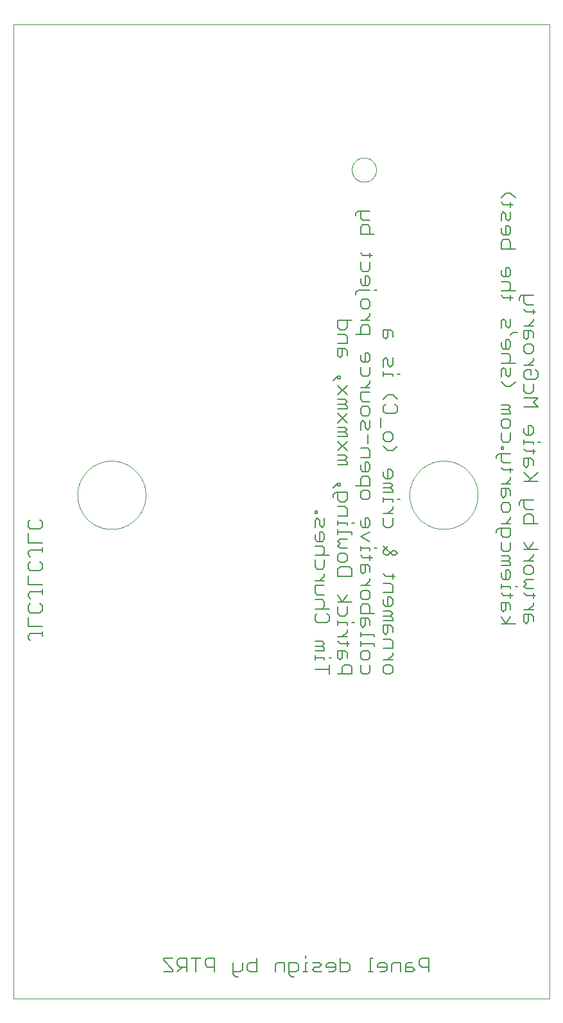
<source format=gbo>
G75*
%MOIN*%
%OFA0B0*%
%FSLAX25Y25*%
%IPPOS*%
%LPD*%
%AMOC8*
5,1,8,0,0,1.08239X$1,22.5*
%
%ADD10C,0.00039*%
%ADD11C,0.00000*%
%ADD12C,0.00600*%
D10*
X0003246Y0005215D02*
X0281543Y0005215D01*
X0281543Y0511120D01*
X0003246Y0511120D01*
X0003246Y0005215D01*
D11*
X0036464Y0266780D02*
X0036469Y0267215D01*
X0036485Y0267649D01*
X0036512Y0268083D01*
X0036549Y0268517D01*
X0036597Y0268949D01*
X0036656Y0269380D01*
X0036725Y0269809D01*
X0036804Y0270236D01*
X0036894Y0270662D01*
X0036995Y0271085D01*
X0037106Y0271505D01*
X0037227Y0271923D01*
X0037358Y0272337D01*
X0037500Y0272749D01*
X0037651Y0273156D01*
X0037813Y0273560D01*
X0037984Y0273960D01*
X0038165Y0274355D01*
X0038356Y0274746D01*
X0038556Y0275132D01*
X0038766Y0275513D01*
X0038985Y0275888D01*
X0039213Y0276259D01*
X0039450Y0276623D01*
X0039696Y0276982D01*
X0039951Y0277334D01*
X0040214Y0277680D01*
X0040486Y0278020D01*
X0040766Y0278352D01*
X0041054Y0278678D01*
X0041350Y0278997D01*
X0041653Y0279308D01*
X0041964Y0279611D01*
X0042283Y0279907D01*
X0042609Y0280195D01*
X0042941Y0280475D01*
X0043281Y0280747D01*
X0043627Y0281010D01*
X0043979Y0281265D01*
X0044338Y0281511D01*
X0044702Y0281748D01*
X0045073Y0281976D01*
X0045448Y0282195D01*
X0045829Y0282405D01*
X0046215Y0282605D01*
X0046606Y0282796D01*
X0047001Y0282977D01*
X0047401Y0283148D01*
X0047805Y0283310D01*
X0048212Y0283461D01*
X0048624Y0283603D01*
X0049038Y0283734D01*
X0049456Y0283855D01*
X0049876Y0283966D01*
X0050299Y0284067D01*
X0050725Y0284157D01*
X0051152Y0284236D01*
X0051581Y0284305D01*
X0052012Y0284364D01*
X0052444Y0284412D01*
X0052878Y0284449D01*
X0053312Y0284476D01*
X0053746Y0284492D01*
X0054181Y0284497D01*
X0054616Y0284492D01*
X0055050Y0284476D01*
X0055484Y0284449D01*
X0055918Y0284412D01*
X0056350Y0284364D01*
X0056781Y0284305D01*
X0057210Y0284236D01*
X0057637Y0284157D01*
X0058063Y0284067D01*
X0058486Y0283966D01*
X0058906Y0283855D01*
X0059324Y0283734D01*
X0059738Y0283603D01*
X0060150Y0283461D01*
X0060557Y0283310D01*
X0060961Y0283148D01*
X0061361Y0282977D01*
X0061756Y0282796D01*
X0062147Y0282605D01*
X0062533Y0282405D01*
X0062914Y0282195D01*
X0063289Y0281976D01*
X0063660Y0281748D01*
X0064024Y0281511D01*
X0064383Y0281265D01*
X0064735Y0281010D01*
X0065081Y0280747D01*
X0065421Y0280475D01*
X0065753Y0280195D01*
X0066079Y0279907D01*
X0066398Y0279611D01*
X0066709Y0279308D01*
X0067012Y0278997D01*
X0067308Y0278678D01*
X0067596Y0278352D01*
X0067876Y0278020D01*
X0068148Y0277680D01*
X0068411Y0277334D01*
X0068666Y0276982D01*
X0068912Y0276623D01*
X0069149Y0276259D01*
X0069377Y0275888D01*
X0069596Y0275513D01*
X0069806Y0275132D01*
X0070006Y0274746D01*
X0070197Y0274355D01*
X0070378Y0273960D01*
X0070549Y0273560D01*
X0070711Y0273156D01*
X0070862Y0272749D01*
X0071004Y0272337D01*
X0071135Y0271923D01*
X0071256Y0271505D01*
X0071367Y0271085D01*
X0071468Y0270662D01*
X0071558Y0270236D01*
X0071637Y0269809D01*
X0071706Y0269380D01*
X0071765Y0268949D01*
X0071813Y0268517D01*
X0071850Y0268083D01*
X0071877Y0267649D01*
X0071893Y0267215D01*
X0071898Y0266780D01*
X0071893Y0266345D01*
X0071877Y0265911D01*
X0071850Y0265477D01*
X0071813Y0265043D01*
X0071765Y0264611D01*
X0071706Y0264180D01*
X0071637Y0263751D01*
X0071558Y0263324D01*
X0071468Y0262898D01*
X0071367Y0262475D01*
X0071256Y0262055D01*
X0071135Y0261637D01*
X0071004Y0261223D01*
X0070862Y0260811D01*
X0070711Y0260404D01*
X0070549Y0260000D01*
X0070378Y0259600D01*
X0070197Y0259205D01*
X0070006Y0258814D01*
X0069806Y0258428D01*
X0069596Y0258047D01*
X0069377Y0257672D01*
X0069149Y0257301D01*
X0068912Y0256937D01*
X0068666Y0256578D01*
X0068411Y0256226D01*
X0068148Y0255880D01*
X0067876Y0255540D01*
X0067596Y0255208D01*
X0067308Y0254882D01*
X0067012Y0254563D01*
X0066709Y0254252D01*
X0066398Y0253949D01*
X0066079Y0253653D01*
X0065753Y0253365D01*
X0065421Y0253085D01*
X0065081Y0252813D01*
X0064735Y0252550D01*
X0064383Y0252295D01*
X0064024Y0252049D01*
X0063660Y0251812D01*
X0063289Y0251584D01*
X0062914Y0251365D01*
X0062533Y0251155D01*
X0062147Y0250955D01*
X0061756Y0250764D01*
X0061361Y0250583D01*
X0060961Y0250412D01*
X0060557Y0250250D01*
X0060150Y0250099D01*
X0059738Y0249957D01*
X0059324Y0249826D01*
X0058906Y0249705D01*
X0058486Y0249594D01*
X0058063Y0249493D01*
X0057637Y0249403D01*
X0057210Y0249324D01*
X0056781Y0249255D01*
X0056350Y0249196D01*
X0055918Y0249148D01*
X0055484Y0249111D01*
X0055050Y0249084D01*
X0054616Y0249068D01*
X0054181Y0249063D01*
X0053746Y0249068D01*
X0053312Y0249084D01*
X0052878Y0249111D01*
X0052444Y0249148D01*
X0052012Y0249196D01*
X0051581Y0249255D01*
X0051152Y0249324D01*
X0050725Y0249403D01*
X0050299Y0249493D01*
X0049876Y0249594D01*
X0049456Y0249705D01*
X0049038Y0249826D01*
X0048624Y0249957D01*
X0048212Y0250099D01*
X0047805Y0250250D01*
X0047401Y0250412D01*
X0047001Y0250583D01*
X0046606Y0250764D01*
X0046215Y0250955D01*
X0045829Y0251155D01*
X0045448Y0251365D01*
X0045073Y0251584D01*
X0044702Y0251812D01*
X0044338Y0252049D01*
X0043979Y0252295D01*
X0043627Y0252550D01*
X0043281Y0252813D01*
X0042941Y0253085D01*
X0042609Y0253365D01*
X0042283Y0253653D01*
X0041964Y0253949D01*
X0041653Y0254252D01*
X0041350Y0254563D01*
X0041054Y0254882D01*
X0040766Y0255208D01*
X0040486Y0255540D01*
X0040214Y0255880D01*
X0039951Y0256226D01*
X0039696Y0256578D01*
X0039450Y0256937D01*
X0039213Y0257301D01*
X0038985Y0257672D01*
X0038766Y0258047D01*
X0038556Y0258428D01*
X0038356Y0258814D01*
X0038165Y0259205D01*
X0037984Y0259600D01*
X0037813Y0260000D01*
X0037651Y0260404D01*
X0037500Y0260811D01*
X0037358Y0261223D01*
X0037227Y0261637D01*
X0037106Y0262055D01*
X0036995Y0262475D01*
X0036894Y0262898D01*
X0036804Y0263324D01*
X0036725Y0263751D01*
X0036656Y0264180D01*
X0036597Y0264611D01*
X0036549Y0265043D01*
X0036512Y0265477D01*
X0036485Y0265911D01*
X0036469Y0266345D01*
X0036464Y0266780D01*
X0178984Y0435677D02*
X0178986Y0435835D01*
X0178992Y0435993D01*
X0179002Y0436151D01*
X0179016Y0436309D01*
X0179034Y0436466D01*
X0179055Y0436623D01*
X0179081Y0436779D01*
X0179111Y0436935D01*
X0179144Y0437090D01*
X0179182Y0437243D01*
X0179223Y0437396D01*
X0179268Y0437548D01*
X0179317Y0437699D01*
X0179370Y0437848D01*
X0179426Y0437996D01*
X0179486Y0438142D01*
X0179550Y0438287D01*
X0179618Y0438430D01*
X0179689Y0438572D01*
X0179763Y0438712D01*
X0179841Y0438849D01*
X0179923Y0438985D01*
X0180007Y0439119D01*
X0180096Y0439250D01*
X0180187Y0439379D01*
X0180282Y0439506D01*
X0180379Y0439631D01*
X0180480Y0439753D01*
X0180584Y0439872D01*
X0180691Y0439989D01*
X0180801Y0440103D01*
X0180914Y0440214D01*
X0181029Y0440323D01*
X0181147Y0440428D01*
X0181268Y0440530D01*
X0181391Y0440630D01*
X0181517Y0440726D01*
X0181645Y0440819D01*
X0181775Y0440909D01*
X0181908Y0440995D01*
X0182043Y0441079D01*
X0182179Y0441158D01*
X0182318Y0441235D01*
X0182459Y0441307D01*
X0182601Y0441377D01*
X0182745Y0441442D01*
X0182891Y0441504D01*
X0183038Y0441562D01*
X0183187Y0441617D01*
X0183337Y0441668D01*
X0183488Y0441715D01*
X0183640Y0441758D01*
X0183793Y0441797D01*
X0183948Y0441833D01*
X0184103Y0441864D01*
X0184259Y0441892D01*
X0184415Y0441916D01*
X0184572Y0441936D01*
X0184730Y0441952D01*
X0184887Y0441964D01*
X0185046Y0441972D01*
X0185204Y0441976D01*
X0185362Y0441976D01*
X0185520Y0441972D01*
X0185679Y0441964D01*
X0185836Y0441952D01*
X0185994Y0441936D01*
X0186151Y0441916D01*
X0186307Y0441892D01*
X0186463Y0441864D01*
X0186618Y0441833D01*
X0186773Y0441797D01*
X0186926Y0441758D01*
X0187078Y0441715D01*
X0187229Y0441668D01*
X0187379Y0441617D01*
X0187528Y0441562D01*
X0187675Y0441504D01*
X0187821Y0441442D01*
X0187965Y0441377D01*
X0188107Y0441307D01*
X0188248Y0441235D01*
X0188387Y0441158D01*
X0188523Y0441079D01*
X0188658Y0440995D01*
X0188791Y0440909D01*
X0188921Y0440819D01*
X0189049Y0440726D01*
X0189175Y0440630D01*
X0189298Y0440530D01*
X0189419Y0440428D01*
X0189537Y0440323D01*
X0189652Y0440214D01*
X0189765Y0440103D01*
X0189875Y0439989D01*
X0189982Y0439872D01*
X0190086Y0439753D01*
X0190187Y0439631D01*
X0190284Y0439506D01*
X0190379Y0439379D01*
X0190470Y0439250D01*
X0190559Y0439119D01*
X0190643Y0438985D01*
X0190725Y0438849D01*
X0190803Y0438712D01*
X0190877Y0438572D01*
X0190948Y0438430D01*
X0191016Y0438287D01*
X0191080Y0438142D01*
X0191140Y0437996D01*
X0191196Y0437848D01*
X0191249Y0437699D01*
X0191298Y0437548D01*
X0191343Y0437396D01*
X0191384Y0437243D01*
X0191422Y0437090D01*
X0191455Y0436935D01*
X0191485Y0436779D01*
X0191511Y0436623D01*
X0191532Y0436466D01*
X0191550Y0436309D01*
X0191564Y0436151D01*
X0191574Y0435993D01*
X0191580Y0435835D01*
X0191582Y0435677D01*
X0191580Y0435519D01*
X0191574Y0435361D01*
X0191564Y0435203D01*
X0191550Y0435045D01*
X0191532Y0434888D01*
X0191511Y0434731D01*
X0191485Y0434575D01*
X0191455Y0434419D01*
X0191422Y0434264D01*
X0191384Y0434111D01*
X0191343Y0433958D01*
X0191298Y0433806D01*
X0191249Y0433655D01*
X0191196Y0433506D01*
X0191140Y0433358D01*
X0191080Y0433212D01*
X0191016Y0433067D01*
X0190948Y0432924D01*
X0190877Y0432782D01*
X0190803Y0432642D01*
X0190725Y0432505D01*
X0190643Y0432369D01*
X0190559Y0432235D01*
X0190470Y0432104D01*
X0190379Y0431975D01*
X0190284Y0431848D01*
X0190187Y0431723D01*
X0190086Y0431601D01*
X0189982Y0431482D01*
X0189875Y0431365D01*
X0189765Y0431251D01*
X0189652Y0431140D01*
X0189537Y0431031D01*
X0189419Y0430926D01*
X0189298Y0430824D01*
X0189175Y0430724D01*
X0189049Y0430628D01*
X0188921Y0430535D01*
X0188791Y0430445D01*
X0188658Y0430359D01*
X0188523Y0430275D01*
X0188387Y0430196D01*
X0188248Y0430119D01*
X0188107Y0430047D01*
X0187965Y0429977D01*
X0187821Y0429912D01*
X0187675Y0429850D01*
X0187528Y0429792D01*
X0187379Y0429737D01*
X0187229Y0429686D01*
X0187078Y0429639D01*
X0186926Y0429596D01*
X0186773Y0429557D01*
X0186618Y0429521D01*
X0186463Y0429490D01*
X0186307Y0429462D01*
X0186151Y0429438D01*
X0185994Y0429418D01*
X0185836Y0429402D01*
X0185679Y0429390D01*
X0185520Y0429382D01*
X0185362Y0429378D01*
X0185204Y0429378D01*
X0185046Y0429382D01*
X0184887Y0429390D01*
X0184730Y0429402D01*
X0184572Y0429418D01*
X0184415Y0429438D01*
X0184259Y0429462D01*
X0184103Y0429490D01*
X0183948Y0429521D01*
X0183793Y0429557D01*
X0183640Y0429596D01*
X0183488Y0429639D01*
X0183337Y0429686D01*
X0183187Y0429737D01*
X0183038Y0429792D01*
X0182891Y0429850D01*
X0182745Y0429912D01*
X0182601Y0429977D01*
X0182459Y0430047D01*
X0182318Y0430119D01*
X0182179Y0430196D01*
X0182043Y0430275D01*
X0181908Y0430359D01*
X0181775Y0430445D01*
X0181645Y0430535D01*
X0181517Y0430628D01*
X0181391Y0430724D01*
X0181268Y0430824D01*
X0181147Y0430926D01*
X0181029Y0431031D01*
X0180914Y0431140D01*
X0180801Y0431251D01*
X0180691Y0431365D01*
X0180584Y0431482D01*
X0180480Y0431601D01*
X0180379Y0431723D01*
X0180282Y0431848D01*
X0180187Y0431975D01*
X0180096Y0432104D01*
X0180007Y0432235D01*
X0179923Y0432369D01*
X0179841Y0432505D01*
X0179763Y0432642D01*
X0179689Y0432782D01*
X0179618Y0432924D01*
X0179550Y0433067D01*
X0179486Y0433212D01*
X0179426Y0433358D01*
X0179370Y0433506D01*
X0179317Y0433655D01*
X0179268Y0433806D01*
X0179223Y0433958D01*
X0179182Y0434111D01*
X0179144Y0434264D01*
X0179111Y0434419D01*
X0179081Y0434575D01*
X0179055Y0434731D01*
X0179034Y0434888D01*
X0179016Y0435045D01*
X0179002Y0435203D01*
X0178992Y0435361D01*
X0178986Y0435519D01*
X0178984Y0435677D01*
X0208905Y0266780D02*
X0208910Y0267215D01*
X0208926Y0267649D01*
X0208953Y0268083D01*
X0208990Y0268517D01*
X0209038Y0268949D01*
X0209097Y0269380D01*
X0209166Y0269809D01*
X0209245Y0270236D01*
X0209335Y0270662D01*
X0209436Y0271085D01*
X0209547Y0271505D01*
X0209668Y0271923D01*
X0209799Y0272337D01*
X0209941Y0272749D01*
X0210092Y0273156D01*
X0210254Y0273560D01*
X0210425Y0273960D01*
X0210606Y0274355D01*
X0210797Y0274746D01*
X0210997Y0275132D01*
X0211207Y0275513D01*
X0211426Y0275888D01*
X0211654Y0276259D01*
X0211891Y0276623D01*
X0212137Y0276982D01*
X0212392Y0277334D01*
X0212655Y0277680D01*
X0212927Y0278020D01*
X0213207Y0278352D01*
X0213495Y0278678D01*
X0213791Y0278997D01*
X0214094Y0279308D01*
X0214405Y0279611D01*
X0214724Y0279907D01*
X0215050Y0280195D01*
X0215382Y0280475D01*
X0215722Y0280747D01*
X0216068Y0281010D01*
X0216420Y0281265D01*
X0216779Y0281511D01*
X0217143Y0281748D01*
X0217514Y0281976D01*
X0217889Y0282195D01*
X0218270Y0282405D01*
X0218656Y0282605D01*
X0219047Y0282796D01*
X0219442Y0282977D01*
X0219842Y0283148D01*
X0220246Y0283310D01*
X0220653Y0283461D01*
X0221065Y0283603D01*
X0221479Y0283734D01*
X0221897Y0283855D01*
X0222317Y0283966D01*
X0222740Y0284067D01*
X0223166Y0284157D01*
X0223593Y0284236D01*
X0224022Y0284305D01*
X0224453Y0284364D01*
X0224885Y0284412D01*
X0225319Y0284449D01*
X0225753Y0284476D01*
X0226187Y0284492D01*
X0226622Y0284497D01*
X0227057Y0284492D01*
X0227491Y0284476D01*
X0227925Y0284449D01*
X0228359Y0284412D01*
X0228791Y0284364D01*
X0229222Y0284305D01*
X0229651Y0284236D01*
X0230078Y0284157D01*
X0230504Y0284067D01*
X0230927Y0283966D01*
X0231347Y0283855D01*
X0231765Y0283734D01*
X0232179Y0283603D01*
X0232591Y0283461D01*
X0232998Y0283310D01*
X0233402Y0283148D01*
X0233802Y0282977D01*
X0234197Y0282796D01*
X0234588Y0282605D01*
X0234974Y0282405D01*
X0235355Y0282195D01*
X0235730Y0281976D01*
X0236101Y0281748D01*
X0236465Y0281511D01*
X0236824Y0281265D01*
X0237176Y0281010D01*
X0237522Y0280747D01*
X0237862Y0280475D01*
X0238194Y0280195D01*
X0238520Y0279907D01*
X0238839Y0279611D01*
X0239150Y0279308D01*
X0239453Y0278997D01*
X0239749Y0278678D01*
X0240037Y0278352D01*
X0240317Y0278020D01*
X0240589Y0277680D01*
X0240852Y0277334D01*
X0241107Y0276982D01*
X0241353Y0276623D01*
X0241590Y0276259D01*
X0241818Y0275888D01*
X0242037Y0275513D01*
X0242247Y0275132D01*
X0242447Y0274746D01*
X0242638Y0274355D01*
X0242819Y0273960D01*
X0242990Y0273560D01*
X0243152Y0273156D01*
X0243303Y0272749D01*
X0243445Y0272337D01*
X0243576Y0271923D01*
X0243697Y0271505D01*
X0243808Y0271085D01*
X0243909Y0270662D01*
X0243999Y0270236D01*
X0244078Y0269809D01*
X0244147Y0269380D01*
X0244206Y0268949D01*
X0244254Y0268517D01*
X0244291Y0268083D01*
X0244318Y0267649D01*
X0244334Y0267215D01*
X0244339Y0266780D01*
X0244334Y0266345D01*
X0244318Y0265911D01*
X0244291Y0265477D01*
X0244254Y0265043D01*
X0244206Y0264611D01*
X0244147Y0264180D01*
X0244078Y0263751D01*
X0243999Y0263324D01*
X0243909Y0262898D01*
X0243808Y0262475D01*
X0243697Y0262055D01*
X0243576Y0261637D01*
X0243445Y0261223D01*
X0243303Y0260811D01*
X0243152Y0260404D01*
X0242990Y0260000D01*
X0242819Y0259600D01*
X0242638Y0259205D01*
X0242447Y0258814D01*
X0242247Y0258428D01*
X0242037Y0258047D01*
X0241818Y0257672D01*
X0241590Y0257301D01*
X0241353Y0256937D01*
X0241107Y0256578D01*
X0240852Y0256226D01*
X0240589Y0255880D01*
X0240317Y0255540D01*
X0240037Y0255208D01*
X0239749Y0254882D01*
X0239453Y0254563D01*
X0239150Y0254252D01*
X0238839Y0253949D01*
X0238520Y0253653D01*
X0238194Y0253365D01*
X0237862Y0253085D01*
X0237522Y0252813D01*
X0237176Y0252550D01*
X0236824Y0252295D01*
X0236465Y0252049D01*
X0236101Y0251812D01*
X0235730Y0251584D01*
X0235355Y0251365D01*
X0234974Y0251155D01*
X0234588Y0250955D01*
X0234197Y0250764D01*
X0233802Y0250583D01*
X0233402Y0250412D01*
X0232998Y0250250D01*
X0232591Y0250099D01*
X0232179Y0249957D01*
X0231765Y0249826D01*
X0231347Y0249705D01*
X0230927Y0249594D01*
X0230504Y0249493D01*
X0230078Y0249403D01*
X0229651Y0249324D01*
X0229222Y0249255D01*
X0228791Y0249196D01*
X0228359Y0249148D01*
X0227925Y0249111D01*
X0227491Y0249084D01*
X0227057Y0249068D01*
X0226622Y0249063D01*
X0226187Y0249068D01*
X0225753Y0249084D01*
X0225319Y0249111D01*
X0224885Y0249148D01*
X0224453Y0249196D01*
X0224022Y0249255D01*
X0223593Y0249324D01*
X0223166Y0249403D01*
X0222740Y0249493D01*
X0222317Y0249594D01*
X0221897Y0249705D01*
X0221479Y0249826D01*
X0221065Y0249957D01*
X0220653Y0250099D01*
X0220246Y0250250D01*
X0219842Y0250412D01*
X0219442Y0250583D01*
X0219047Y0250764D01*
X0218656Y0250955D01*
X0218270Y0251155D01*
X0217889Y0251365D01*
X0217514Y0251584D01*
X0217143Y0251812D01*
X0216779Y0252049D01*
X0216420Y0252295D01*
X0216068Y0252550D01*
X0215722Y0252813D01*
X0215382Y0253085D01*
X0215050Y0253365D01*
X0214724Y0253653D01*
X0214405Y0253949D01*
X0214094Y0254252D01*
X0213791Y0254563D01*
X0213495Y0254882D01*
X0213207Y0255208D01*
X0212927Y0255540D01*
X0212655Y0255880D01*
X0212392Y0256226D01*
X0212137Y0256578D01*
X0211891Y0256937D01*
X0211654Y0257301D01*
X0211426Y0257672D01*
X0211207Y0258047D01*
X0210997Y0258428D01*
X0210797Y0258814D01*
X0210606Y0259205D01*
X0210425Y0259600D01*
X0210254Y0260000D01*
X0210092Y0260404D01*
X0209941Y0260811D01*
X0209799Y0261223D01*
X0209668Y0261637D01*
X0209547Y0262055D01*
X0209436Y0262475D01*
X0209335Y0262898D01*
X0209245Y0263324D01*
X0209166Y0263751D01*
X0209097Y0264180D01*
X0209038Y0264611D01*
X0208990Y0265043D01*
X0208953Y0265477D01*
X0208926Y0265911D01*
X0208910Y0266345D01*
X0208905Y0266780D01*
D12*
X0203772Y0264455D02*
X0202559Y0264455D01*
X0200132Y0264455D02*
X0195278Y0264455D01*
X0195278Y0263242D02*
X0195278Y0265669D01*
X0195278Y0268075D02*
X0200132Y0268075D01*
X0200132Y0269289D01*
X0198918Y0270502D01*
X0200132Y0271715D01*
X0198918Y0272929D01*
X0195278Y0272929D01*
X0195278Y0270502D02*
X0198918Y0270502D01*
X0198918Y0275326D02*
X0196492Y0275326D01*
X0195278Y0276539D01*
X0195278Y0278966D01*
X0197705Y0280179D02*
X0197705Y0275326D01*
X0198918Y0275326D02*
X0200132Y0276539D01*
X0200132Y0278966D01*
X0198918Y0280179D01*
X0197705Y0280179D01*
X0197705Y0289826D02*
X0200132Y0289826D01*
X0202559Y0292253D01*
X0200132Y0295873D02*
X0200132Y0298300D01*
X0198918Y0299513D01*
X0196492Y0299513D01*
X0195278Y0298300D01*
X0195278Y0295873D01*
X0196492Y0294660D01*
X0198918Y0294660D01*
X0200132Y0295873D01*
X0195278Y0292253D02*
X0197705Y0289826D01*
X0194065Y0301910D02*
X0194065Y0306763D01*
X0196492Y0309160D02*
X0195278Y0310374D01*
X0195278Y0312800D01*
X0196492Y0314014D01*
X0195278Y0316411D02*
X0197705Y0318837D01*
X0200132Y0318837D01*
X0202559Y0316411D01*
X0201345Y0314014D02*
X0202559Y0312800D01*
X0202559Y0310374D01*
X0201345Y0309160D01*
X0196492Y0309160D01*
X0188321Y0309165D02*
X0187107Y0307952D01*
X0184681Y0307952D01*
X0183467Y0309165D01*
X0183467Y0311592D01*
X0184681Y0312805D01*
X0187107Y0312805D01*
X0188321Y0311592D01*
X0188321Y0309165D01*
X0188321Y0305555D02*
X0188321Y0301915D01*
X0187107Y0300702D01*
X0185894Y0301915D01*
X0185894Y0304342D01*
X0184681Y0305555D01*
X0183467Y0304342D01*
X0183467Y0300702D01*
X0187107Y0298305D02*
X0187107Y0293451D01*
X0187107Y0291055D02*
X0183467Y0291055D01*
X0183467Y0286201D02*
X0188321Y0286201D01*
X0188321Y0289841D01*
X0187107Y0291055D01*
X0187107Y0283804D02*
X0185894Y0283804D01*
X0185894Y0278951D01*
X0184681Y0278951D02*
X0187107Y0278951D01*
X0188321Y0280164D01*
X0188321Y0282591D01*
X0187107Y0283804D01*
X0183467Y0280164D02*
X0184681Y0278951D01*
X0183467Y0280164D02*
X0183467Y0282591D01*
X0184681Y0276554D02*
X0183467Y0275341D01*
X0183467Y0271700D01*
X0181041Y0271700D02*
X0188321Y0271700D01*
X0188321Y0275341D01*
X0187107Y0276554D01*
X0184681Y0276554D01*
X0184681Y0269304D02*
X0183467Y0268090D01*
X0183467Y0265664D01*
X0184681Y0264450D01*
X0187107Y0264450D01*
X0188321Y0265664D01*
X0188321Y0268090D01*
X0187107Y0269304D01*
X0184681Y0269304D01*
X0176510Y0268095D02*
X0176510Y0264455D01*
X0175296Y0263242D01*
X0172870Y0263242D01*
X0171656Y0264455D01*
X0171656Y0268095D01*
X0170443Y0268095D02*
X0176510Y0268095D01*
X0172870Y0271705D02*
X0172870Y0272919D01*
X0171656Y0272919D01*
X0171656Y0271705D01*
X0172870Y0271705D01*
X0171656Y0272919D02*
X0169230Y0270492D01*
X0170443Y0268095D02*
X0169230Y0266882D01*
X0169230Y0265669D01*
X0171656Y0260845D02*
X0175296Y0260845D01*
X0176510Y0259632D01*
X0176510Y0255992D01*
X0171656Y0255992D01*
X0171656Y0253585D02*
X0171656Y0251158D01*
X0171656Y0252371D02*
X0176510Y0252371D01*
X0176510Y0251158D01*
X0178937Y0252371D02*
X0180150Y0252371D01*
X0183467Y0251163D02*
X0184681Y0249950D01*
X0187107Y0249950D01*
X0188321Y0251163D01*
X0188321Y0253590D01*
X0187107Y0254803D01*
X0185894Y0254803D01*
X0185894Y0249950D01*
X0183467Y0251163D02*
X0183467Y0253590D01*
X0178937Y0247538D02*
X0171656Y0247538D01*
X0171656Y0248751D02*
X0171656Y0246324D01*
X0172870Y0243928D02*
X0171656Y0242714D01*
X0172870Y0241501D01*
X0171656Y0240288D01*
X0172870Y0239074D01*
X0176510Y0239074D01*
X0175296Y0236677D02*
X0176510Y0235464D01*
X0176510Y0233037D01*
X0175296Y0231824D01*
X0172870Y0231824D01*
X0171656Y0233037D01*
X0171656Y0235464D01*
X0172870Y0236677D01*
X0175296Y0236677D01*
X0176510Y0243928D02*
X0172870Y0243928D01*
X0178937Y0246324D02*
X0178937Y0247538D01*
X0183467Y0245126D02*
X0188321Y0247553D01*
X0188321Y0242699D02*
X0183467Y0245126D01*
X0183467Y0240293D02*
X0183467Y0237866D01*
X0183467Y0239079D02*
X0188321Y0239079D01*
X0188321Y0237866D01*
X0188321Y0235459D02*
X0188321Y0233032D01*
X0189534Y0234246D02*
X0184681Y0234246D01*
X0183467Y0235459D01*
X0183467Y0230636D02*
X0183467Y0226995D01*
X0184681Y0225782D01*
X0185894Y0226995D01*
X0185894Y0230636D01*
X0187107Y0230636D02*
X0183467Y0230636D01*
X0178937Y0228214D02*
X0178937Y0224574D01*
X0171656Y0224574D01*
X0171656Y0228214D01*
X0172870Y0229427D01*
X0177723Y0229427D01*
X0178937Y0228214D01*
X0183467Y0219740D02*
X0188321Y0219740D01*
X0188321Y0222167D02*
X0188321Y0223380D01*
X0188321Y0222167D02*
X0185894Y0219740D01*
X0184681Y0217343D02*
X0187107Y0217343D01*
X0188321Y0216130D01*
X0188321Y0213703D01*
X0187107Y0212490D01*
X0184681Y0212490D01*
X0183467Y0213703D01*
X0183467Y0216130D01*
X0184681Y0217343D01*
X0184681Y0210093D02*
X0183467Y0208880D01*
X0183467Y0205240D01*
X0190748Y0205240D01*
X0188321Y0205240D02*
X0188321Y0208880D01*
X0187107Y0210093D01*
X0184681Y0210093D01*
X0185894Y0202843D02*
X0185894Y0199203D01*
X0184681Y0197989D01*
X0183467Y0199203D01*
X0183467Y0202843D01*
X0187107Y0202843D01*
X0188321Y0201629D01*
X0188321Y0199203D01*
X0190748Y0194369D02*
X0183467Y0194369D01*
X0183467Y0193156D02*
X0183467Y0195582D01*
X0183467Y0190749D02*
X0183467Y0188322D01*
X0183467Y0189536D02*
X0190748Y0189536D01*
X0190748Y0188322D01*
X0188321Y0184712D02*
X0188321Y0182285D01*
X0187107Y0181072D01*
X0184681Y0181072D01*
X0183467Y0182285D01*
X0183467Y0184712D01*
X0184681Y0185925D01*
X0187107Y0185925D01*
X0188321Y0184712D01*
X0190748Y0193156D02*
X0190748Y0194369D01*
X0195278Y0195577D02*
X0196492Y0194364D01*
X0197705Y0195577D01*
X0197705Y0199218D01*
X0198918Y0199218D02*
X0195278Y0199218D01*
X0195278Y0195577D01*
X0195278Y0191967D02*
X0198918Y0191967D01*
X0200132Y0190754D01*
X0200132Y0187114D01*
X0195278Y0187114D01*
X0195278Y0181072D02*
X0200132Y0181072D01*
X0200132Y0183499D02*
X0200132Y0184712D01*
X0200132Y0183499D02*
X0197705Y0181072D01*
X0196492Y0178675D02*
X0195278Y0177462D01*
X0195278Y0175035D01*
X0196492Y0173822D01*
X0198918Y0173822D01*
X0200132Y0175035D01*
X0200132Y0177462D01*
X0198918Y0178675D01*
X0196492Y0178675D01*
X0188321Y0178675D02*
X0188321Y0175035D01*
X0187107Y0173822D01*
X0184681Y0173822D01*
X0183467Y0175035D01*
X0183467Y0178675D01*
X0178937Y0177462D02*
X0178937Y0173822D01*
X0171656Y0173822D01*
X0174083Y0173822D02*
X0174083Y0177462D01*
X0175296Y0178675D01*
X0177723Y0178675D01*
X0178937Y0177462D01*
X0176510Y0182285D02*
X0176510Y0184712D01*
X0175296Y0185925D01*
X0171656Y0185925D01*
X0171656Y0182285D01*
X0172870Y0181072D01*
X0174083Y0182285D01*
X0174083Y0185925D01*
X0176510Y0188322D02*
X0176510Y0190749D01*
X0177723Y0189536D02*
X0172870Y0189536D01*
X0171656Y0190749D01*
X0171656Y0193156D02*
X0176510Y0193156D01*
X0176510Y0195582D02*
X0176510Y0196796D01*
X0176510Y0195582D02*
X0174083Y0193156D01*
X0171656Y0199198D02*
X0171656Y0201624D01*
X0171656Y0200411D02*
X0176510Y0200411D01*
X0176510Y0199198D01*
X0178937Y0200411D02*
X0180150Y0200411D01*
X0176510Y0205245D02*
X0175296Y0204031D01*
X0172870Y0204031D01*
X0171656Y0205245D01*
X0171656Y0208885D01*
X0171656Y0211281D02*
X0178937Y0211281D01*
X0176510Y0208885D02*
X0176510Y0205245D01*
X0174083Y0211281D02*
X0176510Y0214922D01*
X0174083Y0211281D02*
X0171656Y0214922D01*
X0167126Y0207656D02*
X0159845Y0207656D01*
X0161059Y0205260D02*
X0159845Y0204046D01*
X0159845Y0201619D01*
X0161059Y0200406D01*
X0165912Y0200406D01*
X0167126Y0201619D01*
X0167126Y0204046D01*
X0165912Y0205260D01*
X0163485Y0207656D02*
X0164699Y0208870D01*
X0164699Y0211296D01*
X0163485Y0212510D01*
X0159845Y0212510D01*
X0161059Y0214907D02*
X0159845Y0216120D01*
X0159845Y0219760D01*
X0164699Y0219760D01*
X0164699Y0222157D02*
X0159845Y0222157D01*
X0162272Y0222157D02*
X0164699Y0224584D01*
X0164699Y0225797D01*
X0163485Y0228199D02*
X0164699Y0229412D01*
X0164699Y0233052D01*
X0163485Y0235449D02*
X0164699Y0236662D01*
X0164699Y0239089D01*
X0163485Y0240303D01*
X0159845Y0240303D01*
X0161059Y0242699D02*
X0163485Y0242699D01*
X0164699Y0243913D01*
X0164699Y0246339D01*
X0163485Y0247553D01*
X0162272Y0247553D01*
X0162272Y0242699D01*
X0161059Y0242699D02*
X0159845Y0243913D01*
X0159845Y0246339D01*
X0159845Y0249950D02*
X0159845Y0253590D01*
X0161059Y0254803D01*
X0162272Y0253590D01*
X0162272Y0251163D01*
X0163485Y0249950D01*
X0164699Y0251163D01*
X0164699Y0254803D01*
X0161059Y0257200D02*
X0161059Y0258413D01*
X0159845Y0258413D01*
X0159845Y0257200D01*
X0161059Y0257200D01*
X0159845Y0235449D02*
X0167126Y0235449D01*
X0163485Y0228199D02*
X0161059Y0228199D01*
X0159845Y0229412D01*
X0159845Y0233052D01*
X0161059Y0214907D02*
X0164699Y0214907D01*
X0163485Y0190759D02*
X0159845Y0190759D01*
X0159845Y0188332D02*
X0163485Y0188332D01*
X0164699Y0189546D01*
X0163485Y0190759D01*
X0163485Y0188332D02*
X0164699Y0187119D01*
X0164699Y0185905D01*
X0159845Y0185905D01*
X0159845Y0183499D02*
X0159845Y0181072D01*
X0159845Y0182285D02*
X0164699Y0182285D01*
X0164699Y0181072D01*
X0167126Y0182285D02*
X0168339Y0182285D01*
X0167126Y0178675D02*
X0167126Y0173822D01*
X0167126Y0176248D02*
X0159845Y0176248D01*
X0188321Y0226995D02*
X0188321Y0229422D01*
X0187107Y0230636D01*
X0190748Y0239079D02*
X0191961Y0239079D01*
X0195278Y0237876D02*
X0195278Y0236662D01*
X0196492Y0235449D01*
X0197705Y0235449D01*
X0200132Y0237876D01*
X0201345Y0237876D01*
X0202559Y0236662D01*
X0201345Y0235449D01*
X0200132Y0235449D01*
X0195278Y0240303D01*
X0197705Y0240303D02*
X0195278Y0237876D01*
X0195278Y0225792D02*
X0196492Y0224579D01*
X0201345Y0224579D01*
X0200132Y0225792D02*
X0200132Y0223365D01*
X0198918Y0220968D02*
X0195278Y0220968D01*
X0195278Y0216115D02*
X0200132Y0216115D01*
X0200132Y0219755D01*
X0198918Y0220968D01*
X0198918Y0213718D02*
X0197705Y0213718D01*
X0197705Y0208865D01*
X0196492Y0208865D02*
X0198918Y0208865D01*
X0200132Y0210078D01*
X0200132Y0212505D01*
X0198918Y0213718D01*
X0195278Y0210078D02*
X0196492Y0208865D01*
X0195278Y0210078D02*
X0195278Y0212505D01*
X0195278Y0206468D02*
X0198918Y0206468D01*
X0200132Y0205255D01*
X0198918Y0204041D01*
X0195278Y0204041D01*
X0195278Y0201614D02*
X0200132Y0201614D01*
X0200132Y0202828D01*
X0198918Y0204041D01*
X0198918Y0199218D02*
X0200132Y0198004D01*
X0200132Y0195577D01*
X0198918Y0249950D02*
X0196492Y0249950D01*
X0195278Y0251163D01*
X0195278Y0254803D01*
X0195278Y0257200D02*
X0200132Y0257200D01*
X0200132Y0254803D02*
X0200132Y0251163D01*
X0198918Y0249950D01*
X0197705Y0257200D02*
X0200132Y0259627D01*
X0200132Y0260840D01*
X0200132Y0263242D02*
X0200132Y0264455D01*
X0176510Y0282576D02*
X0176510Y0283789D01*
X0175296Y0285003D01*
X0176510Y0286216D01*
X0175296Y0287429D01*
X0171656Y0287429D01*
X0171656Y0289826D02*
X0176510Y0294680D01*
X0176510Y0297076D02*
X0176510Y0298290D01*
X0175296Y0299503D01*
X0176510Y0300717D01*
X0175296Y0301930D01*
X0171656Y0301930D01*
X0171656Y0304327D02*
X0176510Y0309180D01*
X0176510Y0311577D02*
X0176510Y0312790D01*
X0175296Y0314004D01*
X0176510Y0315217D01*
X0175296Y0316431D01*
X0171656Y0316431D01*
X0171656Y0318827D02*
X0176510Y0323681D01*
X0176510Y0318827D02*
X0171656Y0323681D01*
X0169230Y0326078D02*
X0171656Y0328504D01*
X0171656Y0327291D01*
X0172870Y0327291D01*
X0172870Y0328504D01*
X0171656Y0328504D01*
X0172870Y0338161D02*
X0174083Y0339375D01*
X0174083Y0343015D01*
X0175296Y0343015D02*
X0171656Y0343015D01*
X0171656Y0339375D01*
X0172870Y0338161D01*
X0176510Y0339375D02*
X0176510Y0341802D01*
X0175296Y0343015D01*
X0176510Y0345412D02*
X0171656Y0345412D01*
X0171656Y0350265D02*
X0175296Y0350265D01*
X0176510Y0349052D01*
X0176510Y0345412D01*
X0181041Y0350245D02*
X0188321Y0350245D01*
X0188321Y0353885D01*
X0187107Y0355099D01*
X0184681Y0355099D01*
X0183467Y0353885D01*
X0183467Y0350245D01*
X0183467Y0357496D02*
X0188321Y0357496D01*
X0188321Y0359922D02*
X0188321Y0361136D01*
X0188321Y0359922D02*
X0185894Y0357496D01*
X0184681Y0363537D02*
X0183467Y0364751D01*
X0183467Y0367178D01*
X0184681Y0368391D01*
X0187107Y0368391D01*
X0188321Y0367178D01*
X0188321Y0364751D01*
X0187107Y0363537D01*
X0184681Y0363537D01*
X0181041Y0370788D02*
X0181041Y0372001D01*
X0182254Y0373214D01*
X0188321Y0373214D01*
X0190748Y0373214D02*
X0191961Y0373214D01*
X0188321Y0376835D02*
X0188321Y0379261D01*
X0187107Y0380475D01*
X0185894Y0380475D01*
X0185894Y0375621D01*
X0184681Y0375621D02*
X0187107Y0375621D01*
X0188321Y0376835D01*
X0184681Y0375621D02*
X0183467Y0376835D01*
X0183467Y0379261D01*
X0184681Y0382872D02*
X0183467Y0384085D01*
X0183467Y0387725D01*
X0184681Y0391335D02*
X0183467Y0392549D01*
X0184681Y0391335D02*
X0189534Y0391335D01*
X0188321Y0390122D02*
X0188321Y0392549D01*
X0188321Y0387725D02*
X0188321Y0384085D01*
X0187107Y0382872D01*
X0184681Y0382872D01*
X0183467Y0402206D02*
X0183467Y0405846D01*
X0184681Y0407059D01*
X0187107Y0407059D01*
X0188321Y0405846D01*
X0188321Y0402206D01*
X0190748Y0402206D02*
X0183467Y0402206D01*
X0184681Y0409456D02*
X0183467Y0410669D01*
X0183467Y0414309D01*
X0182254Y0414309D02*
X0181041Y0413096D01*
X0181041Y0411883D01*
X0182254Y0414309D02*
X0188321Y0414309D01*
X0188321Y0409456D02*
X0184681Y0409456D01*
X0178937Y0357515D02*
X0171656Y0357515D01*
X0171656Y0353875D01*
X0172870Y0352662D01*
X0175296Y0352662D01*
X0176510Y0353875D01*
X0176510Y0357515D01*
X0185894Y0340598D02*
X0185894Y0335745D01*
X0184681Y0335745D02*
X0187107Y0335745D01*
X0188321Y0336958D01*
X0188321Y0339385D01*
X0187107Y0340598D01*
X0185894Y0340598D01*
X0183467Y0339385D02*
X0183467Y0336958D01*
X0184681Y0335745D01*
X0183467Y0333348D02*
X0183467Y0329708D01*
X0184681Y0328494D01*
X0187107Y0328494D01*
X0188321Y0329708D01*
X0188321Y0333348D01*
X0195278Y0333328D02*
X0195278Y0336968D01*
X0196492Y0338181D01*
X0197705Y0336968D01*
X0197705Y0334541D01*
X0198918Y0333328D01*
X0200132Y0334541D01*
X0200132Y0338181D01*
X0200132Y0329708D02*
X0195278Y0329708D01*
X0195278Y0330921D02*
X0195278Y0328494D01*
X0200132Y0328494D02*
X0200132Y0329708D01*
X0202559Y0329708D02*
X0203772Y0329708D01*
X0196492Y0347828D02*
X0197705Y0349042D01*
X0197705Y0352682D01*
X0198918Y0352682D02*
X0195278Y0352682D01*
X0195278Y0349042D01*
X0196492Y0347828D01*
X0200132Y0349042D02*
X0200132Y0351469D01*
X0198918Y0352682D01*
X0188321Y0326093D02*
X0188321Y0324879D01*
X0185894Y0322452D01*
X0183467Y0322452D02*
X0188321Y0322452D01*
X0188321Y0320056D02*
X0183467Y0320056D01*
X0183467Y0316416D01*
X0184681Y0315202D01*
X0188321Y0315202D01*
X0176510Y0311577D02*
X0171656Y0311577D01*
X0171656Y0309180D02*
X0176510Y0304327D01*
X0175296Y0299503D02*
X0171656Y0299503D01*
X0171656Y0297076D02*
X0176510Y0297076D01*
X0171656Y0294680D02*
X0176510Y0289826D01*
X0175296Y0285003D02*
X0171656Y0285003D01*
X0171656Y0282576D02*
X0176510Y0282576D01*
X0175296Y0314004D02*
X0171656Y0314004D01*
X0254072Y0287038D02*
X0254072Y0285825D01*
X0254072Y0287038D02*
X0255285Y0288251D01*
X0261352Y0288251D01*
X0257712Y0290648D02*
X0257712Y0291862D01*
X0256499Y0291862D01*
X0256499Y0290648D01*
X0257712Y0290648D01*
X0256499Y0288251D02*
X0256499Y0284611D01*
X0257712Y0283398D01*
X0261352Y0283398D01*
X0261352Y0280991D02*
X0261352Y0278564D01*
X0262566Y0279778D02*
X0257712Y0279778D01*
X0256499Y0280991D01*
X0261352Y0274949D02*
X0258926Y0272522D01*
X0258926Y0270126D02*
X0258926Y0266486D01*
X0257712Y0265272D01*
X0256499Y0266486D01*
X0256499Y0270126D01*
X0260139Y0270126D01*
X0261352Y0268912D01*
X0261352Y0266486D01*
X0260139Y0262875D02*
X0261352Y0261662D01*
X0261352Y0259235D01*
X0260139Y0258022D01*
X0257712Y0258022D01*
X0256499Y0259235D01*
X0256499Y0261662D01*
X0257712Y0262875D01*
X0260139Y0262875D01*
X0265883Y0262870D02*
X0265883Y0261657D01*
X0265883Y0262870D02*
X0267096Y0264084D01*
X0273163Y0264084D01*
X0273163Y0259230D02*
X0269523Y0259230D01*
X0268310Y0260444D01*
X0268310Y0264084D01*
X0269523Y0256833D02*
X0271950Y0256833D01*
X0273163Y0255620D01*
X0273163Y0251980D01*
X0275590Y0251980D02*
X0268310Y0251980D01*
X0268310Y0255620D01*
X0269523Y0256833D01*
X0261352Y0255620D02*
X0261352Y0254407D01*
X0258926Y0251980D01*
X0261352Y0251980D02*
X0256499Y0251980D01*
X0256499Y0249583D02*
X0256499Y0245943D01*
X0257712Y0244730D01*
X0260139Y0244730D01*
X0261352Y0245943D01*
X0261352Y0249583D01*
X0255285Y0249583D01*
X0254072Y0248370D01*
X0254072Y0247156D01*
X0256499Y0242333D02*
X0256499Y0238693D01*
X0257712Y0237479D01*
X0260139Y0237479D01*
X0261352Y0238693D01*
X0261352Y0242333D01*
X0268310Y0242328D02*
X0270737Y0238688D01*
X0273163Y0242328D01*
X0275590Y0238688D02*
X0268310Y0238688D01*
X0268310Y0232646D02*
X0273163Y0232646D01*
X0270737Y0232646D02*
X0273163Y0235073D01*
X0273163Y0236286D01*
X0271950Y0230249D02*
X0269523Y0230249D01*
X0268310Y0229036D01*
X0268310Y0226609D01*
X0269523Y0225396D01*
X0271950Y0225396D01*
X0273163Y0226609D01*
X0273163Y0229036D01*
X0271950Y0230249D01*
X0273163Y0222999D02*
X0269523Y0222999D01*
X0268310Y0221785D01*
X0269523Y0220572D01*
X0268310Y0219359D01*
X0269523Y0218145D01*
X0273163Y0218145D01*
X0273163Y0215739D02*
X0273163Y0213312D01*
X0274377Y0214525D02*
X0269523Y0214525D01*
X0268310Y0215739D01*
X0264992Y0219359D02*
X0263779Y0219359D01*
X0261352Y0219359D02*
X0256499Y0219359D01*
X0256499Y0220572D02*
X0256499Y0218145D01*
X0256499Y0215739D02*
X0257712Y0214525D01*
X0262566Y0214525D01*
X0261352Y0213312D02*
X0261352Y0215739D01*
X0261352Y0218145D02*
X0261352Y0219359D01*
X0260139Y0222979D02*
X0261352Y0224192D01*
X0261352Y0226619D01*
X0260139Y0227832D01*
X0258926Y0227832D01*
X0258926Y0222979D01*
X0260139Y0222979D02*
X0257712Y0222979D01*
X0256499Y0224192D01*
X0256499Y0226619D01*
X0256499Y0230229D02*
X0261352Y0230229D01*
X0261352Y0231442D01*
X0260139Y0232656D01*
X0261352Y0233869D01*
X0260139Y0235083D01*
X0256499Y0235083D01*
X0256499Y0232656D02*
X0260139Y0232656D01*
X0260139Y0210915D02*
X0256499Y0210915D01*
X0256499Y0207275D01*
X0257712Y0206062D01*
X0258926Y0207275D01*
X0258926Y0210915D01*
X0260139Y0210915D02*
X0261352Y0209702D01*
X0261352Y0207275D01*
X0261352Y0203660D02*
X0258926Y0200020D01*
X0256499Y0203660D01*
X0256499Y0200020D02*
X0263779Y0200020D01*
X0268310Y0201233D02*
X0269523Y0200020D01*
X0270737Y0201233D01*
X0270737Y0204873D01*
X0271950Y0204873D02*
X0268310Y0204873D01*
X0268310Y0201233D01*
X0268310Y0207270D02*
X0273163Y0207270D01*
X0270737Y0207270D02*
X0273163Y0209697D01*
X0273163Y0210910D01*
X0271950Y0204873D02*
X0273163Y0203660D01*
X0273163Y0201233D01*
X0261352Y0272522D02*
X0256499Y0272522D01*
X0261352Y0274949D02*
X0261352Y0276163D01*
X0268310Y0278584D02*
X0271950Y0274944D01*
X0270737Y0273731D02*
X0275590Y0278584D01*
X0273163Y0282194D02*
X0273163Y0284621D01*
X0271950Y0285835D01*
X0268310Y0285835D01*
X0268310Y0282194D01*
X0269523Y0280981D01*
X0270737Y0282194D01*
X0270737Y0285835D01*
X0273163Y0288231D02*
X0273163Y0290658D01*
X0274377Y0289445D02*
X0269523Y0289445D01*
X0268310Y0290658D01*
X0268310Y0293065D02*
X0268310Y0295492D01*
X0268310Y0294278D02*
X0273163Y0294278D01*
X0273163Y0293065D01*
X0275590Y0294278D02*
X0276803Y0294278D01*
X0273163Y0299112D02*
X0273163Y0301539D01*
X0271950Y0302752D01*
X0270737Y0302752D01*
X0270737Y0297898D01*
X0271950Y0297898D02*
X0269523Y0297898D01*
X0268310Y0299112D01*
X0268310Y0301539D01*
X0271950Y0297898D02*
X0273163Y0299112D01*
X0275590Y0312399D02*
X0268310Y0312399D01*
X0268310Y0317252D02*
X0275590Y0317252D01*
X0273163Y0314826D01*
X0275590Y0312399D01*
X0271950Y0319649D02*
X0269523Y0319649D01*
X0268310Y0320863D01*
X0268310Y0324503D01*
X0269523Y0326900D02*
X0268310Y0328113D01*
X0268310Y0330540D01*
X0269523Y0331753D01*
X0271950Y0331753D01*
X0271950Y0329326D01*
X0274377Y0326900D02*
X0269523Y0326900D01*
X0273163Y0324503D02*
X0273163Y0320863D01*
X0271950Y0319649D01*
X0274377Y0326900D02*
X0275590Y0328113D01*
X0275590Y0330540D01*
X0274377Y0331753D01*
X0273163Y0334150D02*
X0268310Y0334150D01*
X0270737Y0334150D02*
X0273163Y0336577D01*
X0273163Y0337790D01*
X0271950Y0340192D02*
X0269523Y0340192D01*
X0268310Y0341405D01*
X0268310Y0343832D01*
X0269523Y0345045D01*
X0271950Y0345045D01*
X0273163Y0343832D01*
X0273163Y0341405D01*
X0271950Y0340192D01*
X0269523Y0347442D02*
X0270737Y0348655D01*
X0270737Y0352296D01*
X0271950Y0352296D02*
X0268310Y0352296D01*
X0268310Y0348655D01*
X0269523Y0347442D01*
X0273163Y0348655D02*
X0273163Y0351082D01*
X0271950Y0352296D01*
X0273163Y0354692D02*
X0268310Y0354692D01*
X0270737Y0354692D02*
X0273163Y0357119D01*
X0273163Y0358332D01*
X0273163Y0360734D02*
X0273163Y0363161D01*
X0274377Y0361948D02*
X0269523Y0361948D01*
X0268310Y0363161D01*
X0269523Y0365568D02*
X0268310Y0366781D01*
X0268310Y0370421D01*
X0267096Y0370421D02*
X0265883Y0369208D01*
X0265883Y0367994D01*
X0267096Y0370421D02*
X0273163Y0370421D01*
X0273163Y0365568D02*
X0269523Y0365568D01*
X0263779Y0372818D02*
X0256499Y0372818D01*
X0256499Y0370411D02*
X0257712Y0369198D01*
X0262566Y0369198D01*
X0261352Y0367984D02*
X0261352Y0370411D01*
X0260139Y0372818D02*
X0261352Y0374031D01*
X0261352Y0376458D01*
X0260139Y0377672D01*
X0256499Y0377672D01*
X0257712Y0380068D02*
X0256499Y0381282D01*
X0256499Y0383708D01*
X0258926Y0384922D02*
X0258926Y0380068D01*
X0260139Y0380068D02*
X0261352Y0381282D01*
X0261352Y0383708D01*
X0260139Y0384922D01*
X0258926Y0384922D01*
X0257712Y0380068D02*
X0260139Y0380068D01*
X0261352Y0394569D02*
X0261352Y0398209D01*
X0260139Y0399422D01*
X0257712Y0399422D01*
X0256499Y0398209D01*
X0256499Y0394569D01*
X0263779Y0394569D01*
X0260139Y0401819D02*
X0261352Y0403033D01*
X0261352Y0405459D01*
X0260139Y0406673D01*
X0258926Y0406673D01*
X0258926Y0401819D01*
X0260139Y0401819D02*
X0257712Y0401819D01*
X0256499Y0403033D01*
X0256499Y0405459D01*
X0256499Y0409069D02*
X0256499Y0412710D01*
X0257712Y0413923D01*
X0258926Y0412710D01*
X0258926Y0410283D01*
X0260139Y0409069D01*
X0261352Y0410283D01*
X0261352Y0413923D01*
X0261352Y0416320D02*
X0261352Y0418746D01*
X0262566Y0417533D02*
X0257712Y0417533D01*
X0256499Y0418746D01*
X0256499Y0421153D02*
X0258926Y0423580D01*
X0261352Y0423580D01*
X0263779Y0421153D01*
X0261352Y0358337D02*
X0261352Y0354697D01*
X0260139Y0353484D01*
X0258926Y0354697D01*
X0258926Y0357124D01*
X0257712Y0358337D01*
X0256499Y0357124D01*
X0256499Y0353484D01*
X0258926Y0347462D02*
X0258926Y0342609D01*
X0260139Y0342609D02*
X0261352Y0343822D01*
X0261352Y0346249D01*
X0260139Y0347462D01*
X0258926Y0347462D01*
X0256499Y0346249D02*
X0256499Y0343822D01*
X0257712Y0342609D01*
X0260139Y0342609D01*
X0260139Y0340212D02*
X0256499Y0340212D01*
X0260139Y0340212D02*
X0261352Y0338998D01*
X0261352Y0336572D01*
X0260139Y0335358D01*
X0261352Y0332961D02*
X0261352Y0329321D01*
X0260139Y0328108D01*
X0258926Y0329321D01*
X0258926Y0331748D01*
X0257712Y0332961D01*
X0256499Y0331748D01*
X0256499Y0328108D01*
X0256499Y0325701D02*
X0258926Y0323274D01*
X0261352Y0323274D01*
X0263779Y0325701D01*
X0263779Y0335358D02*
X0256499Y0335358D01*
X0261352Y0349859D02*
X0262566Y0351072D01*
X0264992Y0351072D01*
X0260139Y0313627D02*
X0256499Y0313627D01*
X0256499Y0311201D02*
X0260139Y0311201D01*
X0261352Y0312414D01*
X0260139Y0313627D01*
X0260139Y0311201D02*
X0261352Y0309987D01*
X0261352Y0308774D01*
X0256499Y0308774D01*
X0257712Y0306377D02*
X0256499Y0305164D01*
X0256499Y0302737D01*
X0257712Y0301524D01*
X0260139Y0301524D01*
X0261352Y0302737D01*
X0261352Y0305164D01*
X0260139Y0306377D01*
X0257712Y0306377D01*
X0256499Y0299127D02*
X0256499Y0295487D01*
X0257712Y0294273D01*
X0260139Y0294273D01*
X0261352Y0295487D01*
X0261352Y0299127D01*
X0268310Y0273731D02*
X0275590Y0273731D01*
X0218891Y0026377D02*
X0215251Y0026377D01*
X0214037Y0025164D01*
X0214037Y0022737D01*
X0215251Y0021524D01*
X0218891Y0021524D01*
X0218891Y0019097D02*
X0218891Y0026377D01*
X0210427Y0023951D02*
X0208001Y0023951D01*
X0206787Y0022737D01*
X0206787Y0019097D01*
X0210427Y0019097D01*
X0211641Y0020311D01*
X0210427Y0021524D01*
X0206787Y0021524D01*
X0204390Y0019097D02*
X0204390Y0023951D01*
X0200750Y0023951D01*
X0199537Y0022737D01*
X0199537Y0019097D01*
X0197140Y0020311D02*
X0197140Y0022737D01*
X0195927Y0023951D01*
X0193500Y0023951D01*
X0192287Y0022737D01*
X0192287Y0021524D01*
X0197140Y0021524D01*
X0197140Y0020311D02*
X0195927Y0019097D01*
X0193500Y0019097D01*
X0189890Y0019097D02*
X0187463Y0019097D01*
X0188676Y0019097D02*
X0188676Y0026377D01*
X0189890Y0026377D01*
X0177806Y0022737D02*
X0177806Y0020311D01*
X0176593Y0019097D01*
X0172953Y0019097D01*
X0172953Y0026377D01*
X0172953Y0023951D02*
X0176593Y0023951D01*
X0177806Y0022737D01*
X0170556Y0022737D02*
X0170556Y0020311D01*
X0169342Y0019097D01*
X0166916Y0019097D01*
X0165702Y0021524D02*
X0170556Y0021524D01*
X0170556Y0022737D02*
X0169342Y0023951D01*
X0166916Y0023951D01*
X0165702Y0022737D01*
X0165702Y0021524D01*
X0163305Y0022737D02*
X0162092Y0023951D01*
X0158452Y0023951D01*
X0156055Y0023951D02*
X0154842Y0023951D01*
X0154842Y0019097D01*
X0156055Y0019097D02*
X0153628Y0019097D01*
X0151222Y0020311D02*
X0151222Y0022737D01*
X0150008Y0023951D01*
X0146368Y0023951D01*
X0146368Y0017884D01*
X0147582Y0016671D01*
X0148795Y0016671D01*
X0150008Y0019097D02*
X0146368Y0019097D01*
X0143971Y0019097D02*
X0143971Y0023951D01*
X0140331Y0023951D01*
X0139118Y0022737D01*
X0139118Y0019097D01*
X0150008Y0019097D02*
X0151222Y0020311D01*
X0154842Y0026377D02*
X0154842Y0027591D01*
X0159665Y0021524D02*
X0158452Y0020311D01*
X0159665Y0019097D01*
X0163305Y0019097D01*
X0162092Y0021524D02*
X0159665Y0021524D01*
X0162092Y0021524D02*
X0163305Y0022737D01*
X0129471Y0023951D02*
X0125831Y0023951D01*
X0124617Y0022737D01*
X0124617Y0020311D01*
X0125831Y0019097D01*
X0129471Y0019097D01*
X0129471Y0026377D01*
X0122220Y0023951D02*
X0122220Y0020311D01*
X0121007Y0019097D01*
X0117367Y0019097D01*
X0117367Y0017884D02*
X0118580Y0016671D01*
X0119794Y0016671D01*
X0117367Y0017884D02*
X0117367Y0023951D01*
X0107720Y0026377D02*
X0107720Y0019097D01*
X0107720Y0021524D02*
X0104080Y0021524D01*
X0102866Y0022737D01*
X0102866Y0025164D01*
X0104080Y0026377D01*
X0107720Y0026377D01*
X0100470Y0026377D02*
X0095616Y0026377D01*
X0093219Y0026377D02*
X0089579Y0026377D01*
X0088366Y0025164D01*
X0088366Y0022737D01*
X0089579Y0021524D01*
X0093219Y0021524D01*
X0090793Y0021524D02*
X0088366Y0019097D01*
X0085969Y0019097D02*
X0081116Y0019097D01*
X0085969Y0020311D02*
X0081116Y0025164D01*
X0081116Y0026377D01*
X0085969Y0026377D01*
X0085969Y0020311D02*
X0085969Y0019097D01*
X0093219Y0019097D02*
X0093219Y0026377D01*
X0098043Y0026377D02*
X0098043Y0019097D01*
X0018110Y0193571D02*
X0018110Y0195998D01*
X0018110Y0194785D02*
X0012043Y0194785D01*
X0010830Y0193571D01*
X0010830Y0192358D01*
X0012043Y0191144D01*
X0010830Y0198395D02*
X0010830Y0203248D01*
X0012043Y0205645D02*
X0010830Y0206858D01*
X0010830Y0209285D01*
X0012043Y0210499D01*
X0012043Y0212895D02*
X0010830Y0214109D01*
X0010830Y0215322D01*
X0012043Y0216535D01*
X0018110Y0216535D01*
X0018110Y0215322D02*
X0018110Y0217749D01*
X0018110Y0220146D02*
X0010830Y0220146D01*
X0010830Y0224999D01*
X0012043Y0227396D02*
X0010830Y0228609D01*
X0010830Y0231036D01*
X0012043Y0232249D01*
X0012043Y0234646D02*
X0010830Y0235860D01*
X0010830Y0237073D01*
X0012043Y0238286D01*
X0018110Y0238286D01*
X0018110Y0237073D02*
X0018110Y0239500D01*
X0018110Y0241896D02*
X0010830Y0241896D01*
X0010830Y0246750D01*
X0012043Y0249147D02*
X0010830Y0250360D01*
X0010830Y0252787D01*
X0012043Y0254000D01*
X0012043Y0249147D02*
X0016896Y0249147D01*
X0018110Y0250360D01*
X0018110Y0252787D01*
X0016896Y0254000D01*
X0016896Y0232249D02*
X0018110Y0231036D01*
X0018110Y0228609D01*
X0016896Y0227396D01*
X0012043Y0227396D01*
X0016896Y0210499D02*
X0018110Y0209285D01*
X0018110Y0206858D01*
X0016896Y0205645D01*
X0012043Y0205645D01*
X0010830Y0198395D02*
X0018110Y0198395D01*
M02*

</source>
